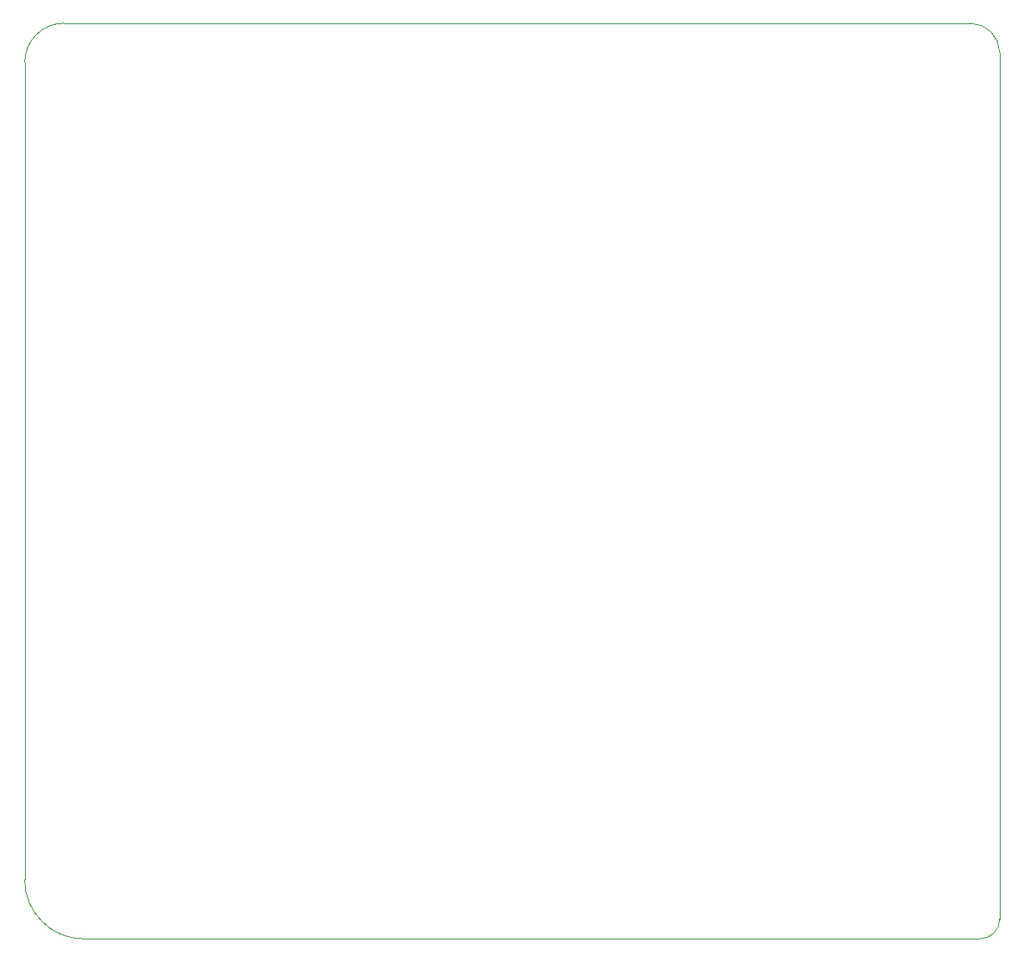
<source format=gbr>
G04 #@! TF.GenerationSoftware,KiCad,Pcbnew,(5.1.4)-1*
G04 #@! TF.CreationDate,2020-12-07T13:54:22+02:00*
G04 #@! TF.ProjectId,TDA7491 OP AMP,54444137-3439-4312-904f-5020414d502e,rev?*
G04 #@! TF.SameCoordinates,Original*
G04 #@! TF.FileFunction,Profile,NP*
%FSLAX46Y46*%
G04 Gerber Fmt 4.6, Leading zero omitted, Abs format (unit mm)*
G04 Created by KiCad (PCBNEW (5.1.4)-1) date 2020-12-07 13:54:22*
%MOMM*%
%LPD*%
G04 APERTURE LIST*
%ADD10C,0.050000*%
G04 APERTURE END LIST*
D10*
X186000000Y-152000000D02*
G75*
G02X184000000Y-154000000I-2000000J0D01*
G01*
X183000000Y-61000000D02*
G75*
G02X186000000Y-64000000I0J-3000000D01*
G01*
X183000000Y-61000000D02*
X183000000Y-61000000D01*
X87000000Y-65000000D02*
G75*
G02X91000000Y-61000000I4000000J0D01*
G01*
X93000000Y-154000000D02*
G75*
G02X87000000Y-148000000I0J6000000D01*
G01*
X184000000Y-154000000D02*
X93000000Y-154000000D01*
X186000000Y-64000000D02*
X186000000Y-152000000D01*
X91000000Y-61000000D02*
X183000000Y-61000000D01*
X87000000Y-148000000D02*
X87000000Y-65000000D01*
M02*

</source>
